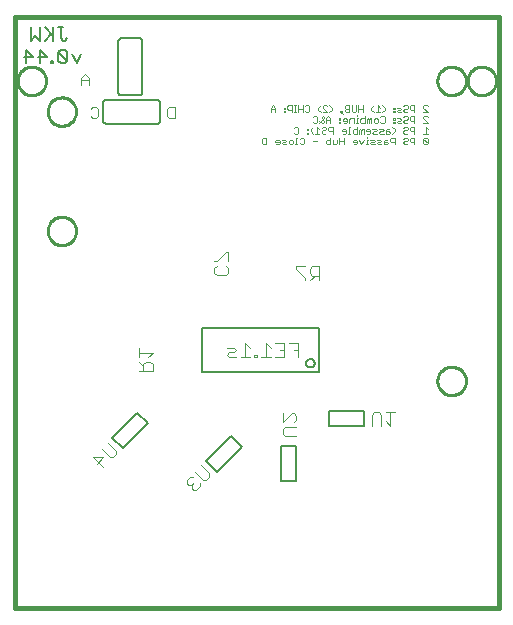
<source format=gbo>
G75*
%MOIN*%
%OFA0B0*%
%FSLAX24Y24*%
%IPPOS*%
%LPD*%
%AMOC8*
5,1,8,0,0,1.08239X$1,22.5*
%
%ADD10C,0.0160*%
%ADD11C,0.0060*%
%ADD12C,0.0030*%
%ADD13C,0.0020*%
%ADD14C,0.0100*%
%ADD15C,0.0080*%
%ADD16C,0.0040*%
%ADD17C,0.0050*%
D10*
X002254Y004003D02*
X018396Y004003D01*
X018396Y023688D01*
X002254Y023688D01*
X002254Y004003D01*
D11*
X005301Y020138D02*
X007001Y020138D01*
X007018Y020140D01*
X007035Y020144D01*
X007051Y020151D01*
X007065Y020161D01*
X007078Y020174D01*
X007088Y020188D01*
X007095Y020204D01*
X007099Y020221D01*
X007101Y020238D01*
X007101Y020838D01*
X007099Y020855D01*
X007095Y020872D01*
X007088Y020888D01*
X007078Y020902D01*
X007065Y020915D01*
X007051Y020925D01*
X007035Y020932D01*
X007018Y020936D01*
X007001Y020938D01*
X005301Y020938D01*
X005284Y020936D01*
X005267Y020932D01*
X005251Y020925D01*
X005237Y020915D01*
X005224Y020902D01*
X005214Y020888D01*
X005207Y020872D01*
X005203Y020855D01*
X005201Y020838D01*
X005201Y020238D01*
X005203Y020221D01*
X005207Y020204D01*
X005214Y020188D01*
X005224Y020174D01*
X005237Y020161D01*
X005251Y020151D01*
X005267Y020144D01*
X005284Y020140D01*
X005301Y020138D01*
X005812Y021084D02*
X006412Y021084D01*
X006429Y021086D01*
X006446Y021090D01*
X006462Y021097D01*
X006476Y021107D01*
X006489Y021120D01*
X006499Y021134D01*
X006506Y021150D01*
X006510Y021167D01*
X006512Y021184D01*
X006512Y022884D01*
X006510Y022901D01*
X006506Y022918D01*
X006499Y022934D01*
X006489Y022948D01*
X006476Y022961D01*
X006462Y022971D01*
X006446Y022978D01*
X006429Y022982D01*
X006412Y022984D01*
X005812Y022984D01*
X005795Y022982D01*
X005778Y022978D01*
X005762Y022971D01*
X005748Y022961D01*
X005735Y022948D01*
X005725Y022934D01*
X005718Y022918D01*
X005714Y022901D01*
X005712Y022884D01*
X005712Y021184D01*
X005714Y021167D01*
X005718Y021150D01*
X005725Y021134D01*
X005735Y021120D01*
X005748Y021107D01*
X005762Y021097D01*
X005778Y021090D01*
X005795Y021086D01*
X005812Y021084D01*
X004323Y022153D02*
X004176Y022447D01*
X004009Y022520D02*
X004009Y022227D01*
X003716Y022520D01*
X003716Y022227D01*
X003789Y022153D01*
X003936Y022153D01*
X004009Y022227D01*
X004009Y022520D02*
X003936Y022594D01*
X003789Y022594D01*
X003716Y022520D01*
X003549Y022227D02*
X003476Y022227D01*
X003476Y022153D01*
X003549Y022153D01*
X003549Y022227D01*
X003319Y022373D02*
X003025Y022373D01*
X002858Y022373D02*
X002565Y022373D01*
X002638Y022153D02*
X002638Y022594D01*
X002858Y022373D01*
X003099Y022153D02*
X003099Y022594D01*
X003319Y022373D01*
X003255Y022903D02*
X003476Y023123D01*
X003549Y023050D02*
X003255Y023344D01*
X003089Y023344D02*
X003089Y022903D01*
X002942Y023050D01*
X002795Y022903D01*
X002795Y023344D01*
X003549Y023344D02*
X003549Y022903D01*
X003789Y022977D02*
X003789Y023344D01*
X003716Y023344D02*
X003863Y023344D01*
X003789Y022977D02*
X003863Y022903D01*
X003936Y022903D01*
X004009Y022977D01*
X004470Y022447D02*
X004323Y022153D01*
D12*
X004596Y021790D02*
X004472Y021666D01*
X004472Y021420D01*
X004472Y021605D02*
X004719Y021605D01*
X004719Y021666D02*
X004719Y021420D01*
X004719Y021666D02*
X004596Y021790D01*
X004849Y020687D02*
X004972Y020687D01*
X005034Y020626D01*
X005034Y020379D01*
X004972Y020317D01*
X004849Y020317D01*
X004787Y020379D01*
X004787Y020626D02*
X004849Y020687D01*
X007346Y020626D02*
X007346Y020379D01*
X007408Y020317D01*
X007593Y020317D01*
X007593Y020687D01*
X007408Y020687D01*
X007346Y020626D01*
D13*
X010499Y019630D02*
X010536Y019666D01*
X010646Y019666D01*
X010646Y019446D01*
X010536Y019446D01*
X010499Y019483D01*
X010499Y019630D01*
X010941Y019556D02*
X010941Y019519D01*
X011088Y019519D01*
X011088Y019483D02*
X011088Y019556D01*
X011051Y019593D01*
X010978Y019593D01*
X010941Y019556D01*
X010978Y019446D02*
X011051Y019446D01*
X011088Y019483D01*
X011162Y019483D02*
X011199Y019519D01*
X011272Y019519D01*
X011309Y019556D01*
X011272Y019593D01*
X011162Y019593D01*
X011162Y019483D02*
X011199Y019446D01*
X011309Y019446D01*
X011383Y019483D02*
X011383Y019556D01*
X011420Y019593D01*
X011493Y019593D01*
X011530Y019556D01*
X011530Y019483D01*
X011493Y019446D01*
X011420Y019446D01*
X011383Y019483D01*
X011604Y019446D02*
X011677Y019446D01*
X011641Y019446D02*
X011641Y019666D01*
X011677Y019666D01*
X011751Y019630D02*
X011788Y019666D01*
X011862Y019666D01*
X011898Y019630D01*
X011898Y019483D01*
X011862Y019446D01*
X011788Y019446D01*
X011751Y019483D01*
X011677Y019806D02*
X011604Y019806D01*
X011567Y019843D01*
X011677Y019806D02*
X011714Y019843D01*
X011714Y019990D01*
X011677Y020026D01*
X011604Y020026D01*
X011567Y019990D01*
X012009Y019953D02*
X012009Y019916D01*
X012046Y019916D01*
X012046Y019953D01*
X012009Y019953D01*
X012009Y019843D02*
X012009Y019806D01*
X012046Y019806D01*
X012046Y019843D01*
X012009Y019843D01*
X012119Y019879D02*
X012119Y019953D01*
X012193Y020026D01*
X012230Y020166D02*
X012193Y020203D01*
X012230Y020166D02*
X012304Y020166D01*
X012340Y020203D01*
X012340Y020350D01*
X012304Y020386D01*
X012230Y020386D01*
X012193Y020350D01*
X012046Y020526D02*
X011972Y020526D01*
X011936Y020563D01*
X011861Y020526D02*
X011861Y020746D01*
X011936Y020710D02*
X011972Y020746D01*
X012046Y020746D01*
X012082Y020710D01*
X012082Y020563D01*
X012046Y020526D01*
X011861Y020636D02*
X011715Y020636D01*
X011715Y020746D02*
X011715Y020526D01*
X011640Y020526D02*
X011567Y020526D01*
X011604Y020526D02*
X011604Y020746D01*
X011640Y020746D02*
X011567Y020746D01*
X011493Y020746D02*
X011383Y020746D01*
X011346Y020710D01*
X011346Y020636D01*
X011383Y020599D01*
X011493Y020599D01*
X011493Y020526D02*
X011493Y020746D01*
X011272Y020673D02*
X011272Y020636D01*
X011235Y020636D01*
X011235Y020673D01*
X011272Y020673D01*
X011272Y020563D02*
X011272Y020526D01*
X011235Y020526D01*
X011235Y020563D01*
X011272Y020563D01*
X010941Y020526D02*
X010941Y020673D01*
X010867Y020746D01*
X010794Y020673D01*
X010794Y020526D01*
X010794Y020636D02*
X010941Y020636D01*
X012119Y019879D02*
X012193Y019806D01*
X012267Y019806D02*
X012414Y019806D01*
X012340Y019806D02*
X012340Y020026D01*
X012414Y019953D01*
X012488Y019990D02*
X012525Y020026D01*
X012598Y020026D01*
X012635Y019990D01*
X012635Y019953D01*
X012598Y019916D01*
X012525Y019916D01*
X012488Y019879D01*
X012488Y019843D01*
X012525Y019806D01*
X012598Y019806D01*
X012635Y019843D01*
X012709Y019916D02*
X012709Y019990D01*
X012746Y020026D01*
X012856Y020026D01*
X012856Y019806D01*
X012856Y019879D02*
X012746Y019879D01*
X012709Y019916D01*
X012782Y019666D02*
X012782Y019446D01*
X012672Y019446D01*
X012635Y019483D01*
X012635Y019556D01*
X012672Y019593D01*
X012782Y019593D01*
X012856Y019593D02*
X012856Y019446D01*
X012966Y019446D01*
X013003Y019483D01*
X013003Y019593D01*
X013077Y019556D02*
X013224Y019556D01*
X013224Y019446D02*
X013224Y019666D01*
X013188Y019806D02*
X013261Y019806D01*
X013298Y019843D01*
X013298Y019916D01*
X013261Y019953D01*
X013188Y019953D01*
X013151Y019916D01*
X013151Y019879D01*
X013298Y019879D01*
X013372Y019806D02*
X013445Y019806D01*
X013408Y019806D02*
X013408Y020026D01*
X013445Y020026D01*
X013519Y019916D02*
X013556Y019953D01*
X013666Y019953D01*
X013666Y020026D02*
X013666Y019806D01*
X013556Y019806D01*
X013519Y019843D01*
X013519Y019916D01*
X013740Y019916D02*
X013777Y019953D01*
X013814Y019916D01*
X013814Y019806D01*
X013887Y019806D02*
X013887Y019953D01*
X013850Y019953D01*
X013814Y019916D01*
X013740Y019916D02*
X013740Y019806D01*
X013740Y019593D02*
X013814Y019446D01*
X013887Y019593D01*
X013998Y019593D02*
X013998Y019446D01*
X014034Y019446D02*
X013961Y019446D01*
X013998Y019593D02*
X014034Y019593D01*
X014109Y019593D02*
X014219Y019593D01*
X014255Y019556D01*
X014219Y019519D01*
X014145Y019519D01*
X014109Y019483D01*
X014145Y019446D01*
X014255Y019446D01*
X014330Y019483D02*
X014366Y019519D01*
X014440Y019519D01*
X014476Y019556D01*
X014440Y019593D01*
X014330Y019593D01*
X014330Y019483D02*
X014366Y019446D01*
X014476Y019446D01*
X014551Y019446D02*
X014661Y019446D01*
X014697Y019483D01*
X014661Y019519D01*
X014551Y019519D01*
X014551Y019556D02*
X014551Y019446D01*
X014551Y019556D02*
X014587Y019593D01*
X014661Y019593D01*
X014772Y019630D02*
X014772Y019556D01*
X014808Y019519D01*
X014918Y019519D01*
X014918Y019446D02*
X014918Y019666D01*
X014808Y019666D01*
X014772Y019630D01*
X014734Y019806D02*
X014771Y019843D01*
X014734Y019879D01*
X014624Y019879D01*
X014624Y019916D02*
X014624Y019806D01*
X014734Y019806D01*
X014845Y019806D02*
X014918Y019879D01*
X014918Y019953D01*
X014845Y020026D01*
X014734Y019953D02*
X014661Y019953D01*
X014624Y019916D01*
X014550Y019916D02*
X014513Y019953D01*
X014403Y019953D01*
X014440Y019879D02*
X014403Y019843D01*
X014440Y019806D01*
X014550Y019806D01*
X014513Y019879D02*
X014550Y019916D01*
X014513Y019879D02*
X014440Y019879D01*
X014329Y019916D02*
X014292Y019953D01*
X014182Y019953D01*
X014219Y019879D02*
X014182Y019843D01*
X014219Y019806D01*
X014329Y019806D01*
X014292Y019879D02*
X014329Y019916D01*
X014292Y019879D02*
X014219Y019879D01*
X014108Y019879D02*
X013961Y019879D01*
X013961Y019916D01*
X013998Y019953D01*
X014071Y019953D01*
X014108Y019916D01*
X014108Y019843D01*
X014071Y019806D01*
X013998Y019806D01*
X013998Y019703D02*
X013998Y019666D01*
X013666Y019556D02*
X013629Y019593D01*
X013556Y019593D01*
X013519Y019556D01*
X013519Y019519D01*
X013666Y019519D01*
X013666Y019483D02*
X013666Y019556D01*
X013666Y019483D02*
X013629Y019446D01*
X013556Y019446D01*
X013077Y019446D02*
X013077Y019666D01*
X013077Y020166D02*
X013114Y020166D01*
X013114Y020203D01*
X013077Y020203D01*
X013077Y020166D01*
X013077Y020276D02*
X013114Y020276D01*
X013114Y020313D01*
X013077Y020313D01*
X013077Y020276D01*
X013188Y020276D02*
X013188Y020239D01*
X013335Y020239D01*
X013335Y020203D02*
X013335Y020276D01*
X013298Y020313D01*
X013225Y020313D01*
X013188Y020276D01*
X013225Y020166D02*
X013298Y020166D01*
X013335Y020203D01*
X013409Y020166D02*
X013409Y020276D01*
X013446Y020313D01*
X013556Y020313D01*
X013556Y020166D01*
X013630Y020166D02*
X013703Y020166D01*
X013666Y020166D02*
X013666Y020313D01*
X013703Y020313D01*
X013666Y020386D02*
X013666Y020423D01*
X013703Y020526D02*
X013703Y020746D01*
X013629Y020746D02*
X013629Y020563D01*
X013593Y020526D01*
X013519Y020526D01*
X013483Y020563D01*
X013483Y020746D01*
X013408Y020746D02*
X013408Y020526D01*
X013298Y020526D01*
X013262Y020563D01*
X013262Y020599D01*
X013298Y020636D01*
X013408Y020636D01*
X013298Y020636D02*
X013262Y020673D01*
X013262Y020710D01*
X013298Y020746D01*
X013408Y020746D01*
X013151Y020563D02*
X013151Y020526D01*
X013114Y020526D01*
X013114Y020563D01*
X013151Y020563D01*
X013114Y020526D02*
X013187Y020453D01*
X012819Y020599D02*
X012819Y020673D01*
X012746Y020746D01*
X012672Y020710D02*
X012635Y020746D01*
X012562Y020746D01*
X012525Y020710D01*
X012525Y020673D01*
X012672Y020526D01*
X012525Y020526D01*
X012451Y020526D02*
X012377Y020599D01*
X012377Y020673D01*
X012451Y020746D01*
X012524Y020386D02*
X012561Y020350D01*
X012561Y020313D01*
X012414Y020166D01*
X012414Y020239D02*
X012488Y020166D01*
X012524Y020166D01*
X012561Y020203D01*
X012561Y020239D01*
X012488Y020313D01*
X012488Y020350D01*
X012524Y020386D01*
X012635Y020313D02*
X012635Y020166D01*
X012635Y020276D02*
X012782Y020276D01*
X012782Y020313D02*
X012709Y020386D01*
X012635Y020313D01*
X012782Y020313D02*
X012782Y020166D01*
X012746Y020526D02*
X012819Y020599D01*
X012340Y019556D02*
X012193Y019556D01*
X013777Y020203D02*
X013814Y020166D01*
X013924Y020166D01*
X013924Y020386D01*
X013924Y020313D02*
X013814Y020313D01*
X013777Y020276D01*
X013777Y020203D01*
X013998Y020166D02*
X013998Y020276D01*
X014035Y020313D01*
X014072Y020276D01*
X014072Y020166D01*
X014145Y020166D02*
X014145Y020313D01*
X014108Y020313D01*
X014072Y020276D01*
X014219Y020276D02*
X014256Y020313D01*
X014329Y020313D01*
X014366Y020276D01*
X014366Y020203D01*
X014329Y020166D01*
X014256Y020166D01*
X014219Y020203D01*
X014219Y020276D01*
X014440Y020203D02*
X014477Y020166D01*
X014550Y020166D01*
X014587Y020203D01*
X014587Y020350D01*
X014550Y020386D01*
X014477Y020386D01*
X014440Y020350D01*
X014440Y020526D02*
X014293Y020526D01*
X014366Y020526D02*
X014366Y020746D01*
X014440Y020673D01*
X014514Y020746D02*
X014587Y020673D01*
X014587Y020599D01*
X014514Y020526D01*
X014219Y020526D02*
X014145Y020599D01*
X014145Y020673D01*
X014219Y020746D01*
X013850Y020746D02*
X013850Y020526D01*
X013850Y020636D02*
X013703Y020636D01*
X014882Y020636D02*
X014918Y020636D01*
X014918Y020673D01*
X014882Y020673D01*
X014882Y020636D01*
X014882Y020563D02*
X014882Y020526D01*
X014918Y020526D01*
X014918Y020563D01*
X014882Y020563D01*
X014993Y020563D02*
X015029Y020599D01*
X015103Y020599D01*
X015139Y020636D01*
X015103Y020673D01*
X014993Y020673D01*
X014993Y020563D02*
X015029Y020526D01*
X015139Y020526D01*
X015214Y020563D02*
X015250Y020526D01*
X015324Y020526D01*
X015360Y020563D01*
X015324Y020636D02*
X015250Y020636D01*
X015214Y020599D01*
X015214Y020563D01*
X015324Y020636D02*
X015360Y020673D01*
X015360Y020710D01*
X015324Y020746D01*
X015250Y020746D01*
X015214Y020710D01*
X015435Y020710D02*
X015435Y020636D01*
X015471Y020599D01*
X015581Y020599D01*
X015581Y020526D02*
X015581Y020746D01*
X015471Y020746D01*
X015435Y020710D01*
X015471Y020386D02*
X015435Y020350D01*
X015435Y020276D01*
X015471Y020239D01*
X015581Y020239D01*
X015581Y020166D02*
X015581Y020386D01*
X015471Y020386D01*
X015360Y020350D02*
X015360Y020313D01*
X015324Y020276D01*
X015250Y020276D01*
X015214Y020239D01*
X015214Y020203D01*
X015250Y020166D01*
X015324Y020166D01*
X015360Y020203D01*
X015360Y020350D02*
X015324Y020386D01*
X015250Y020386D01*
X015214Y020350D01*
X015139Y020276D02*
X015103Y020313D01*
X014993Y020313D01*
X014918Y020313D02*
X014918Y020276D01*
X014882Y020276D01*
X014882Y020313D01*
X014918Y020313D01*
X014918Y020203D02*
X014918Y020166D01*
X014882Y020166D01*
X014882Y020203D01*
X014918Y020203D01*
X014993Y020203D02*
X015029Y020239D01*
X015103Y020239D01*
X015139Y020276D01*
X015139Y020166D02*
X015029Y020166D01*
X014993Y020203D01*
X015214Y019990D02*
X015250Y020026D01*
X015324Y020026D01*
X015360Y019990D01*
X015360Y019953D01*
X015324Y019916D01*
X015250Y019916D01*
X015214Y019879D01*
X015214Y019843D01*
X015250Y019806D01*
X015324Y019806D01*
X015360Y019843D01*
X015435Y019916D02*
X015435Y019990D01*
X015471Y020026D01*
X015581Y020026D01*
X015581Y019806D01*
X015581Y019879D02*
X015471Y019879D01*
X015435Y019916D01*
X015471Y019666D02*
X015435Y019630D01*
X015435Y019556D01*
X015471Y019519D01*
X015581Y019519D01*
X015581Y019446D02*
X015581Y019666D01*
X015471Y019666D01*
X015360Y019630D02*
X015360Y019593D01*
X015324Y019556D01*
X015250Y019556D01*
X015214Y019519D01*
X015214Y019483D01*
X015250Y019446D01*
X015324Y019446D01*
X015360Y019483D01*
X015360Y019630D02*
X015324Y019666D01*
X015250Y019666D01*
X015214Y019630D01*
X015877Y019630D02*
X016023Y019483D01*
X015987Y019446D01*
X015913Y019446D01*
X015877Y019483D01*
X015877Y019630D01*
X015913Y019666D01*
X015987Y019666D01*
X016023Y019630D01*
X016023Y019483D01*
X016023Y019806D02*
X015877Y019806D01*
X015950Y019806D02*
X015950Y020026D01*
X016023Y019953D01*
X016023Y020166D02*
X015877Y020313D01*
X015877Y020350D01*
X015913Y020386D01*
X015987Y020386D01*
X016023Y020350D01*
X016023Y020526D02*
X015877Y020526D01*
X016023Y020526D02*
X015877Y020673D01*
X015877Y020710D01*
X015913Y020746D01*
X015987Y020746D01*
X016023Y020710D01*
X016023Y020166D02*
X015877Y020166D01*
D14*
X016347Y021562D02*
X016349Y021605D01*
X016355Y021648D01*
X016365Y021690D01*
X016378Y021731D01*
X016395Y021770D01*
X016416Y021808D01*
X016440Y021844D01*
X016467Y021878D01*
X016497Y021908D01*
X016530Y021936D01*
X016566Y021961D01*
X016603Y021983D01*
X016642Y022001D01*
X016683Y022015D01*
X016725Y022026D01*
X016767Y022033D01*
X016810Y022036D01*
X016853Y022035D01*
X016896Y022030D01*
X016938Y022021D01*
X016980Y022009D01*
X017020Y021992D01*
X017058Y021972D01*
X017094Y021949D01*
X017128Y021923D01*
X017160Y021893D01*
X017189Y021861D01*
X017214Y021826D01*
X017237Y021790D01*
X017256Y021751D01*
X017271Y021711D01*
X017283Y021669D01*
X017291Y021627D01*
X017295Y021584D01*
X017295Y021540D01*
X017291Y021497D01*
X017283Y021455D01*
X017271Y021413D01*
X017256Y021373D01*
X017237Y021334D01*
X017214Y021298D01*
X017189Y021263D01*
X017160Y021231D01*
X017128Y021201D01*
X017094Y021175D01*
X017058Y021152D01*
X017020Y021132D01*
X016980Y021115D01*
X016938Y021103D01*
X016896Y021094D01*
X016853Y021089D01*
X016810Y021088D01*
X016767Y021091D01*
X016725Y021098D01*
X016683Y021109D01*
X016642Y021123D01*
X016603Y021141D01*
X016566Y021163D01*
X016530Y021188D01*
X016497Y021216D01*
X016467Y021246D01*
X016440Y021280D01*
X016416Y021316D01*
X016395Y021354D01*
X016378Y021393D01*
X016365Y021434D01*
X016355Y021476D01*
X016349Y021519D01*
X016347Y021562D01*
X017351Y021562D02*
X017353Y021605D01*
X017359Y021648D01*
X017369Y021690D01*
X017382Y021731D01*
X017399Y021770D01*
X017420Y021808D01*
X017444Y021844D01*
X017471Y021878D01*
X017501Y021908D01*
X017534Y021936D01*
X017570Y021961D01*
X017607Y021983D01*
X017646Y022001D01*
X017687Y022015D01*
X017729Y022026D01*
X017771Y022033D01*
X017814Y022036D01*
X017857Y022035D01*
X017900Y022030D01*
X017942Y022021D01*
X017984Y022009D01*
X018024Y021992D01*
X018062Y021972D01*
X018098Y021949D01*
X018132Y021923D01*
X018164Y021893D01*
X018193Y021861D01*
X018218Y021826D01*
X018241Y021790D01*
X018260Y021751D01*
X018275Y021711D01*
X018287Y021669D01*
X018295Y021627D01*
X018299Y021584D01*
X018299Y021540D01*
X018295Y021497D01*
X018287Y021455D01*
X018275Y021413D01*
X018260Y021373D01*
X018241Y021334D01*
X018218Y021298D01*
X018193Y021263D01*
X018164Y021231D01*
X018132Y021201D01*
X018098Y021175D01*
X018062Y021152D01*
X018024Y021132D01*
X017984Y021115D01*
X017942Y021103D01*
X017900Y021094D01*
X017857Y021089D01*
X017814Y021088D01*
X017771Y021091D01*
X017729Y021098D01*
X017687Y021109D01*
X017646Y021123D01*
X017607Y021141D01*
X017570Y021163D01*
X017534Y021188D01*
X017501Y021216D01*
X017471Y021246D01*
X017444Y021280D01*
X017420Y021316D01*
X017399Y021354D01*
X017382Y021393D01*
X017369Y021434D01*
X017359Y021476D01*
X017353Y021519D01*
X017351Y021562D01*
X016347Y011562D02*
X016349Y011605D01*
X016355Y011648D01*
X016365Y011690D01*
X016378Y011731D01*
X016395Y011770D01*
X016416Y011808D01*
X016440Y011844D01*
X016467Y011878D01*
X016497Y011908D01*
X016530Y011936D01*
X016566Y011961D01*
X016603Y011983D01*
X016642Y012001D01*
X016683Y012015D01*
X016725Y012026D01*
X016767Y012033D01*
X016810Y012036D01*
X016853Y012035D01*
X016896Y012030D01*
X016938Y012021D01*
X016980Y012009D01*
X017020Y011992D01*
X017058Y011972D01*
X017094Y011949D01*
X017128Y011923D01*
X017160Y011893D01*
X017189Y011861D01*
X017214Y011826D01*
X017237Y011790D01*
X017256Y011751D01*
X017271Y011711D01*
X017283Y011669D01*
X017291Y011627D01*
X017295Y011584D01*
X017295Y011540D01*
X017291Y011497D01*
X017283Y011455D01*
X017271Y011413D01*
X017256Y011373D01*
X017237Y011334D01*
X017214Y011298D01*
X017189Y011263D01*
X017160Y011231D01*
X017128Y011201D01*
X017094Y011175D01*
X017058Y011152D01*
X017020Y011132D01*
X016980Y011115D01*
X016938Y011103D01*
X016896Y011094D01*
X016853Y011089D01*
X016810Y011088D01*
X016767Y011091D01*
X016725Y011098D01*
X016683Y011109D01*
X016642Y011123D01*
X016603Y011141D01*
X016566Y011163D01*
X016530Y011188D01*
X016497Y011216D01*
X016467Y011246D01*
X016440Y011280D01*
X016416Y011316D01*
X016395Y011354D01*
X016378Y011393D01*
X016365Y011434D01*
X016355Y011476D01*
X016349Y011519D01*
X016347Y011562D01*
X003355Y016562D02*
X003357Y016605D01*
X003363Y016648D01*
X003373Y016690D01*
X003386Y016731D01*
X003403Y016770D01*
X003424Y016808D01*
X003448Y016844D01*
X003475Y016878D01*
X003505Y016908D01*
X003538Y016936D01*
X003574Y016961D01*
X003611Y016983D01*
X003650Y017001D01*
X003691Y017015D01*
X003733Y017026D01*
X003775Y017033D01*
X003818Y017036D01*
X003861Y017035D01*
X003904Y017030D01*
X003946Y017021D01*
X003988Y017009D01*
X004028Y016992D01*
X004066Y016972D01*
X004102Y016949D01*
X004136Y016923D01*
X004168Y016893D01*
X004197Y016861D01*
X004222Y016826D01*
X004245Y016790D01*
X004264Y016751D01*
X004279Y016711D01*
X004291Y016669D01*
X004299Y016627D01*
X004303Y016584D01*
X004303Y016540D01*
X004299Y016497D01*
X004291Y016455D01*
X004279Y016413D01*
X004264Y016373D01*
X004245Y016334D01*
X004222Y016298D01*
X004197Y016263D01*
X004168Y016231D01*
X004136Y016201D01*
X004102Y016175D01*
X004066Y016152D01*
X004028Y016132D01*
X003988Y016115D01*
X003946Y016103D01*
X003904Y016094D01*
X003861Y016089D01*
X003818Y016088D01*
X003775Y016091D01*
X003733Y016098D01*
X003691Y016109D01*
X003650Y016123D01*
X003611Y016141D01*
X003574Y016163D01*
X003538Y016188D01*
X003505Y016216D01*
X003475Y016246D01*
X003448Y016280D01*
X003424Y016316D01*
X003403Y016354D01*
X003386Y016393D01*
X003373Y016434D01*
X003363Y016476D01*
X003357Y016519D01*
X003355Y016562D01*
X003355Y020538D02*
X003357Y020581D01*
X003363Y020624D01*
X003373Y020666D01*
X003386Y020707D01*
X003403Y020746D01*
X003424Y020784D01*
X003448Y020820D01*
X003475Y020854D01*
X003505Y020884D01*
X003538Y020912D01*
X003574Y020937D01*
X003611Y020959D01*
X003650Y020977D01*
X003691Y020991D01*
X003733Y021002D01*
X003775Y021009D01*
X003818Y021012D01*
X003861Y021011D01*
X003904Y021006D01*
X003946Y020997D01*
X003988Y020985D01*
X004028Y020968D01*
X004066Y020948D01*
X004102Y020925D01*
X004136Y020899D01*
X004168Y020869D01*
X004197Y020837D01*
X004222Y020802D01*
X004245Y020766D01*
X004264Y020727D01*
X004279Y020687D01*
X004291Y020645D01*
X004299Y020603D01*
X004303Y020560D01*
X004303Y020516D01*
X004299Y020473D01*
X004291Y020431D01*
X004279Y020389D01*
X004264Y020349D01*
X004245Y020310D01*
X004222Y020274D01*
X004197Y020239D01*
X004168Y020207D01*
X004136Y020177D01*
X004102Y020151D01*
X004066Y020128D01*
X004028Y020108D01*
X003988Y020091D01*
X003946Y020079D01*
X003904Y020070D01*
X003861Y020065D01*
X003818Y020064D01*
X003775Y020067D01*
X003733Y020074D01*
X003691Y020085D01*
X003650Y020099D01*
X003611Y020117D01*
X003574Y020139D01*
X003538Y020164D01*
X003505Y020192D01*
X003475Y020222D01*
X003448Y020256D01*
X003424Y020292D01*
X003403Y020330D01*
X003386Y020369D01*
X003373Y020410D01*
X003363Y020452D01*
X003357Y020495D01*
X003355Y020538D01*
X002351Y021562D02*
X002353Y021605D01*
X002359Y021648D01*
X002369Y021690D01*
X002382Y021731D01*
X002399Y021770D01*
X002420Y021808D01*
X002444Y021844D01*
X002471Y021878D01*
X002501Y021908D01*
X002534Y021936D01*
X002570Y021961D01*
X002607Y021983D01*
X002646Y022001D01*
X002687Y022015D01*
X002729Y022026D01*
X002771Y022033D01*
X002814Y022036D01*
X002857Y022035D01*
X002900Y022030D01*
X002942Y022021D01*
X002984Y022009D01*
X003024Y021992D01*
X003062Y021972D01*
X003098Y021949D01*
X003132Y021923D01*
X003164Y021893D01*
X003193Y021861D01*
X003218Y021826D01*
X003241Y021790D01*
X003260Y021751D01*
X003275Y021711D01*
X003287Y021669D01*
X003295Y021627D01*
X003299Y021584D01*
X003299Y021540D01*
X003295Y021497D01*
X003287Y021455D01*
X003275Y021413D01*
X003260Y021373D01*
X003241Y021334D01*
X003218Y021298D01*
X003193Y021263D01*
X003164Y021231D01*
X003132Y021201D01*
X003098Y021175D01*
X003062Y021152D01*
X003024Y021132D01*
X002984Y021115D01*
X002942Y021103D01*
X002900Y021094D01*
X002857Y021089D01*
X002814Y021088D01*
X002771Y021091D01*
X002729Y021098D01*
X002687Y021109D01*
X002646Y021123D01*
X002607Y021141D01*
X002570Y021163D01*
X002534Y021188D01*
X002501Y021216D01*
X002471Y021246D01*
X002444Y021280D01*
X002420Y021316D01*
X002399Y021354D01*
X002382Y021393D01*
X002369Y021434D01*
X002359Y021476D01*
X002353Y021519D01*
X002351Y021562D01*
D15*
X008509Y013315D02*
X008509Y011859D01*
X012407Y011859D01*
X012407Y013315D01*
X012399Y013315D02*
X008509Y013315D01*
X011970Y012154D02*
X011972Y012177D01*
X011978Y012200D01*
X011987Y012222D01*
X012000Y012241D01*
X012016Y012258D01*
X012034Y012273D01*
X012055Y012284D01*
X012077Y012292D01*
X012100Y012296D01*
X012124Y012296D01*
X012147Y012292D01*
X012169Y012284D01*
X012190Y012273D01*
X012208Y012258D01*
X012224Y012241D01*
X012237Y012222D01*
X012246Y012200D01*
X012252Y012177D01*
X012254Y012154D01*
X012252Y012131D01*
X012246Y012108D01*
X012237Y012086D01*
X012224Y012067D01*
X012208Y012050D01*
X012190Y012035D01*
X012169Y012024D01*
X012147Y012016D01*
X012124Y012012D01*
X012100Y012012D01*
X012077Y012016D01*
X012055Y012024D01*
X012034Y012035D01*
X012016Y012050D01*
X012000Y012067D01*
X011987Y012086D01*
X011978Y012108D01*
X011972Y012131D01*
X011970Y012154D01*
D16*
X011704Y012357D02*
X011704Y012817D01*
X011397Y012817D01*
X011244Y012817D02*
X011244Y012357D01*
X010937Y012357D01*
X010784Y012357D02*
X010477Y012357D01*
X010630Y012357D02*
X010630Y012817D01*
X010784Y012664D01*
X010937Y012817D02*
X011244Y012817D01*
X011244Y012587D02*
X011090Y012587D01*
X011551Y012587D02*
X011704Y012587D01*
X010323Y012434D02*
X010246Y012434D01*
X010246Y012357D01*
X010323Y012357D01*
X010323Y012434D01*
X010093Y012357D02*
X009786Y012357D01*
X009633Y012357D02*
X009402Y012357D01*
X009326Y012434D01*
X009402Y012510D01*
X009556Y012510D01*
X009633Y012587D01*
X009556Y012664D01*
X009326Y012664D01*
X009939Y012817D02*
X009939Y012357D01*
X010093Y012664D02*
X009939Y012817D01*
X009295Y015098D02*
X008988Y015098D01*
X008912Y015175D01*
X008912Y015328D01*
X008988Y015405D01*
X008988Y015559D02*
X008912Y015559D01*
X008988Y015559D02*
X009295Y015866D01*
X009372Y015866D01*
X009372Y015559D01*
X009295Y015405D02*
X009372Y015328D01*
X009372Y015175D01*
X009295Y015098D01*
X011638Y015300D02*
X011945Y014993D01*
X011945Y014917D01*
X012098Y014917D02*
X012252Y015070D01*
X012175Y015070D02*
X012405Y015070D01*
X012405Y014917D02*
X012405Y015377D01*
X012175Y015377D01*
X012098Y015300D01*
X012098Y015147D01*
X012175Y015070D01*
X011945Y015377D02*
X011638Y015377D01*
X011638Y015300D01*
X011567Y010484D02*
X011644Y010407D01*
X011644Y010253D01*
X011567Y010177D01*
X011644Y010023D02*
X011260Y010023D01*
X011183Y009947D01*
X011183Y009793D01*
X011260Y009716D01*
X011644Y009716D01*
X011183Y010177D02*
X011490Y010484D01*
X011567Y010484D01*
X011183Y010484D02*
X011183Y010177D01*
X008749Y008481D02*
X008749Y008372D01*
X008640Y008264D01*
X008532Y008264D01*
X008261Y008535D01*
X008206Y008372D02*
X008098Y008372D01*
X007989Y008264D01*
X007989Y008155D01*
X008044Y008101D01*
X008152Y008101D01*
X008152Y007992D01*
X008206Y007938D01*
X008315Y007938D01*
X008423Y008047D01*
X008423Y008155D01*
X008206Y008155D02*
X008152Y008101D01*
X008749Y008481D02*
X008478Y008752D01*
X006852Y011895D02*
X006392Y011895D01*
X006545Y011895D02*
X006545Y012126D01*
X006622Y012202D01*
X006776Y012202D01*
X006852Y012126D01*
X006852Y011895D01*
X006545Y012049D02*
X006392Y012202D01*
X006392Y012356D02*
X006392Y012663D01*
X006392Y012509D02*
X006852Y012509D01*
X006699Y012356D01*
X005367Y009500D02*
X005639Y009229D01*
X005639Y009120D01*
X005530Y009012D01*
X005422Y009012D01*
X005150Y009283D01*
X005205Y009012D02*
X004879Y009012D01*
X005205Y008686D01*
X004988Y008795D02*
X005205Y009012D01*
X014164Y010058D02*
X014164Y010442D01*
X014240Y010518D01*
X014394Y010518D01*
X014470Y010442D01*
X014470Y010058D01*
X014624Y010211D02*
X014777Y010058D01*
X014777Y010518D01*
X014624Y010518D02*
X014931Y010518D01*
D17*
X013907Y010558D02*
X013907Y010046D01*
X012726Y010046D01*
X012726Y010558D01*
X013907Y010558D01*
X011644Y009397D02*
X011644Y008216D01*
X011132Y008216D01*
X011132Y009397D01*
X011644Y009397D01*
X009821Y009358D02*
X008986Y008523D01*
X008624Y008884D01*
X009459Y009720D01*
X009821Y009358D01*
X006711Y010145D02*
X005875Y009310D01*
X005514Y009672D01*
X006349Y010507D01*
X006711Y010145D01*
M02*

</source>
